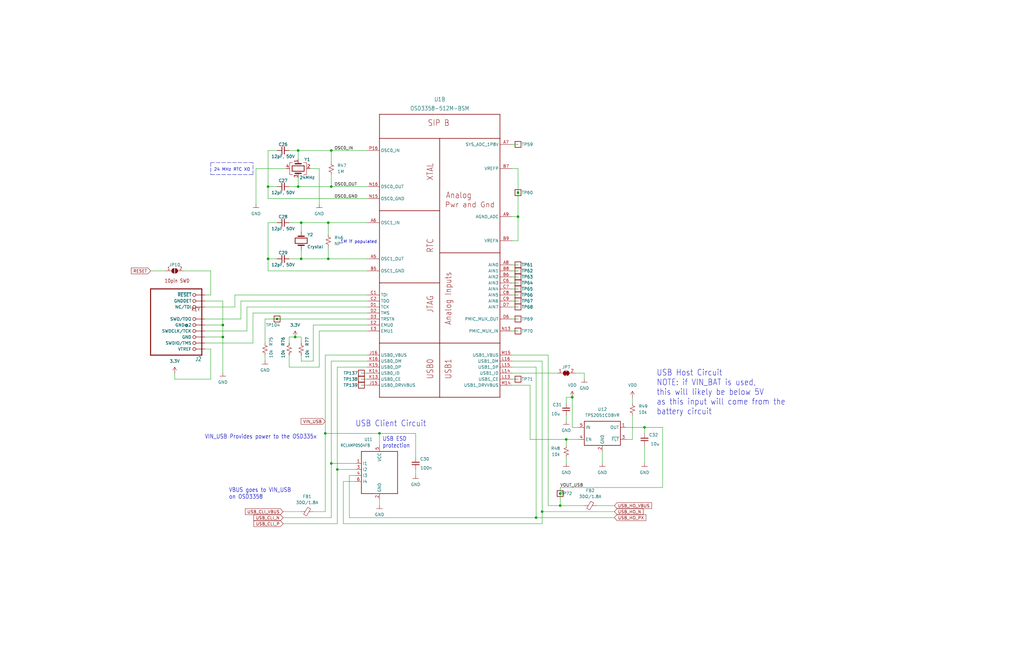
<source format=kicad_sch>
(kicad_sch (version 20211123) (generator eeschema)
  (paper "B")
  (junction (at 113.03 109.22))
  (junction (at 139.7 195.58))
  (junction (at 93.98 142.24))
  (junction (at 125.73 63.5))
  (junction (at 139.7 78.74))
  (junction (at 241.3 167.64))
  (junction (at 236.22 208.28))
  (junction (at 228.6 215.9))
  (junction (at 138.43 109.22))
  (junction (at 218.44 81.28))
  (junction (at 116.84 134.62))
  (junction (at 127 93.98))
  (junction (at 271.78 180.34))
  (junction (at 160.02 182.88))
  (junction (at 93.98 137.16))
  (junction (at 124.46 142.24))
  (junction (at 236.22 213.36))
  (junction (at 139.7 63.5))
  (junction (at 138.43 93.98))
  (junction (at 238.76 185.42))
  (junction (at 218.44 91.44))
  (junction (at 226.06 218.44))
  (junction (at 137.16 182.88))
  (junction (at 142.24 198.12))
  (junction (at 125.73 78.74))
  (junction (at 113.03 78.74))
  (junction (at 127 109.22))
  (wire (pts (xy 231.14 213.36) (xy 236.22 213.36)))
  (wire (pts (xy 132.08 152.4) (xy 127 152.4)))
  (wire (pts (xy 139.7 152.4) (xy 139.7 195.58)))
  (wire (pts (xy 215.9 101.6) (xy 218.44 101.6)))
  (wire (pts (xy 138.43 109.22) (xy 154.94 109.22)))
  (wire (pts (xy 137.16 182.88) (xy 160.02 182.88)))
  (wire (pts (xy 215.9 162.56) (xy 223.52 162.56)))
  (wire (pts (xy 93.98 137.16) (xy 86.36 137.16)))
  (wire (pts (xy 101.6 127) (xy 154.94 127)))
  (wire (pts (xy 119.38 215.9) (xy 127 215.9)))
  (wire (pts (xy 138.43 93.98) (xy 127 93.98)))
  (wire (pts (xy 116.84 134.62) (xy 111.76 134.62)))
  (wire (pts (xy 226.06 218.44) (xy 259.08 218.44)))
  (wire (pts (xy 223.52 162.56) (xy 223.52 185.42)))
  (wire (pts (xy 113.03 78.74) (xy 116.84 78.74)))
  (wire (pts (xy 215.9 129.54) (xy 218.44 129.54)))
  (wire (pts (xy 231.14 149.86) (xy 231.14 213.36)))
  (wire (pts (xy 127 144.78) (xy 127 142.24)))
  (wire (pts (xy 228.6 152.4) (xy 228.6 215.9)))
  (wire (pts (xy 238.76 185.42) (xy 243.84 185.42)))
  (wire (pts (xy 175.26 182.88) (xy 175.26 193.04)))
  (wire (pts (xy 243.84 180.34) (xy 241.3 180.34)))
  (wire (pts (xy 271.78 187.96) (xy 271.78 195.58)))
  (wire (pts (xy 147.32 200.66) (xy 149.86 200.66)))
  (wire (pts (xy 113.03 83.82) (xy 154.94 83.82)))
  (wire (pts (xy 137.16 149.86) (xy 137.16 182.88)))
  (wire (pts (xy 152.4 162.56) (xy 154.94 162.56)))
  (wire (pts (xy 251.46 213.36) (xy 259.08 213.36)))
  (wire (pts (xy 215.9 160.02) (xy 218.44 160.02)))
  (wire (pts (xy 228.6 215.9) (xy 228.6 220.98)))
  (wire (pts (xy 104.14 139.7) (xy 104.14 129.54)))
  (wire (pts (xy 236.22 205.74) (xy 236.22 208.28)))
  (wire (pts (xy 73.66 160.02) (xy 73.66 157.48)))
  (wire (pts (xy 218.44 71.12) (xy 218.44 81.28)))
  (wire (pts (xy 106.68 144.78) (xy 86.36 144.78)))
  (wire (pts (xy 238.76 175.26) (xy 238.76 177.8)))
  (wire (pts (xy 125.73 74.93) (xy 125.73 78.74)))
  (wire (pts (xy 215.9 116.84) (xy 218.44 116.84)))
  (wire (pts (xy 175.26 198.12) (xy 175.26 200.66)))
  (wire (pts (xy 113.03 114.3) (xy 113.03 109.22)))
  (wire (pts (xy 242.57 157.48) (xy 246.38 157.48)))
  (wire (pts (xy 279.4 205.74) (xy 236.22 205.74)))
  (wire (pts (xy 152.4 157.48) (xy 154.94 157.48)))
  (wire (pts (xy 99.06 124.46) (xy 154.94 124.46)))
  (wire (pts (xy 154.94 154.94) (xy 142.24 154.94)))
  (wire (pts (xy 120.65 71.12) (xy 107.95 71.12)))
  (wire (pts (xy 160.02 210.82) (xy 160.02 213.36)))
  (wire (pts (xy 121.92 154.94) (xy 121.92 149.86)))
  (wire (pts (xy 215.9 124.46) (xy 218.44 124.46)))
  (wire (pts (xy 121.92 144.78) (xy 121.92 142.24)))
  (wire (pts (xy 215.9 111.76) (xy 218.44 111.76)))
  (wire (pts (xy 218.44 91.44) (xy 218.44 81.28)))
  (wire (pts (xy 93.98 142.24) (xy 86.36 142.24)))
  (wire (pts (xy 99.06 129.54) (xy 99.06 124.46)))
  (wire (pts (xy 223.52 185.42) (xy 238.76 185.42)))
  (wire (pts (xy 264.16 180.34) (xy 271.78 180.34)))
  (wire (pts (xy 134.62 71.12) (xy 134.62 86.36)))
  (wire (pts (xy 86.36 134.62) (xy 101.6 134.62)))
  (wire (pts (xy 134.62 139.7) (xy 134.62 154.94)))
  (wire (pts (xy 215.9 154.94) (xy 226.06 154.94)))
  (wire (pts (xy 154.94 139.7) (xy 134.62 139.7)))
  (wire (pts (xy 134.62 154.94) (xy 121.92 154.94)))
  (wire (pts (xy 138.43 104.14) (xy 138.43 109.22)))
  (wire (pts (xy 127 109.22) (xy 121.92 109.22)))
  (wire (pts (xy 228.6 215.9) (xy 259.08 215.9)))
  (wire (pts (xy 160.02 182.88) (xy 175.26 182.88)))
  (wire (pts (xy 119.38 218.44) (xy 139.7 218.44)))
  (wire (pts (xy 154.94 152.4) (xy 139.7 152.4)))
  (wire (pts (xy 154.94 137.16) (xy 132.08 137.16)))
  (wire (pts (xy 116.84 134.62) (xy 154.94 134.62)))
  (wire (pts (xy 215.9 149.86) (xy 231.14 149.86)))
  (wire (pts (xy 154.94 149.86) (xy 137.16 149.86)))
  (wire (pts (xy 113.03 63.5) (xy 113.03 78.74)))
  (wire (pts (xy 88.9 124.46) (xy 88.9 114.3)))
  (wire (pts (xy 88.9 147.32) (xy 88.9 160.02)))
  (wire (pts (xy 88.9 160.02) (xy 73.66 160.02)))
  (wire (pts (xy 144.78 203.2) (xy 149.86 203.2)))
  (wire (pts (xy 138.43 99.06) (xy 138.43 93.98)))
  (wire (pts (xy 152.4 160.02) (xy 154.94 160.02)))
  (wire (pts (xy 132.08 137.16) (xy 132.08 152.4)))
  (wire (pts (xy 125.73 67.31) (xy 125.73 63.5)))
  (wire (pts (xy 111.76 134.62) (xy 111.76 144.78)))
  (wire (pts (xy 238.76 167.64) (xy 241.3 167.64)))
  (wire (pts (xy 137.16 215.9) (xy 132.08 215.9)))
  (polyline (pts (xy 88.9 73.66) (xy 106.68 73.66)))
  (wire (pts (xy 86.36 139.7) (xy 104.14 139.7)))
  (wire (pts (xy 154.94 132.08) (xy 106.68 132.08)))
  (wire (pts (xy 215.9 60.96) (xy 218.44 60.96)))
  (wire (pts (xy 215.9 114.3) (xy 218.44 114.3)))
  (wire (pts (xy 271.78 180.34) (xy 279.4 180.34)))
  (wire (pts (xy 238.76 170.18) (xy 238.76 167.64)))
  (wire (pts (xy 139.7 195.58) (xy 139.7 218.44)))
  (wire (pts (xy 138.43 109.22) (xy 127 109.22)))
  (wire (pts (xy 266.7 175.26) (xy 266.7 185.42)))
  (wire (pts (xy 246.38 157.48) (xy 246.38 160.02)))
  (wire (pts (xy 86.36 124.46) (xy 88.9 124.46)))
  (wire (pts (xy 86.36 129.54) (xy 99.06 129.54)))
  (wire (pts (xy 147.32 218.44) (xy 147.32 200.66)))
  (wire (pts (xy 113.03 78.74) (xy 113.03 83.82)))
  (polyline (pts (xy 106.68 73.66) (xy 106.68 68.58)))
  (wire (pts (xy 144.78 220.98) (xy 144.78 203.2)))
  (wire (pts (xy 266.7 185.42) (xy 264.16 185.42)))
  (wire (pts (xy 101.6 134.62) (xy 101.6 127)))
  (wire (pts (xy 139.7 63.5) (xy 139.7 68.58)))
  (wire (pts (xy 139.7 195.58) (xy 149.86 195.58)))
  (wire (pts (xy 254 190.5) (xy 254 195.58)))
  (wire (pts (xy 241.3 180.34) (xy 241.3 167.64)))
  (wire (pts (xy 215.9 157.48) (xy 234.95 157.48)))
  (wire (pts (xy 127 105.41) (xy 127 109.22)))
  (wire (pts (xy 226.06 154.94) (xy 226.06 218.44)))
  (wire (pts (xy 138.43 93.98) (xy 154.94 93.98)))
  (wire (pts (xy 116.84 109.22) (xy 113.03 109.22)))
  (wire (pts (xy 279.4 180.34) (xy 279.4 205.74)))
  (wire (pts (xy 77.47 114.3) (xy 88.9 114.3)))
  (wire (pts (xy 121.92 93.98) (xy 127 93.98)))
  (wire (pts (xy 137.16 182.88) (xy 137.16 215.9)))
  (wire (pts (xy 218.44 101.6) (xy 218.44 91.44)))
  (wire (pts (xy 116.84 63.5) (xy 113.03 63.5)))
  (wire (pts (xy 226.06 218.44) (xy 147.32 218.44)))
  (wire (pts (xy 93.98 157.48) (xy 93.98 142.24)))
  (wire (pts (xy 160.02 182.88) (xy 160.02 187.96)))
  (wire (pts (xy 113.03 109.22) (xy 113.03 93.98)))
  (wire (pts (xy 139.7 63.5) (xy 154.94 63.5)))
  (wire (pts (xy 113.03 93.98) (xy 116.84 93.98)))
  (wire (pts (xy 107.95 71.12) (xy 107.95 86.36)))
  (wire (pts (xy 121.92 142.24) (xy 124.46 142.24)))
  (wire (pts (xy 139.7 78.74) (xy 154.94 78.74)))
  (polyline (pts (xy 88.9 68.58) (xy 88.9 73.66)))
  (wire (pts (xy 63.5 114.3) (xy 69.85 114.3)))
  (wire (pts (xy 238.76 185.42) (xy 238.76 187.96)))
  (wire (pts (xy 142.24 198.12) (xy 149.86 198.12)))
  (wire (pts (xy 86.36 147.32) (xy 88.9 147.32)))
  (wire (pts (xy 215.9 139.7) (xy 218.44 139.7)))
  (wire (pts (xy 154.94 114.3) (xy 113.03 114.3)))
  (wire (pts (xy 215.9 91.44) (xy 218.44 91.44)))
  (wire (pts (xy 106.68 132.08) (xy 106.68 144.78)))
  (wire (pts (xy 121.92 78.74) (xy 125.73 78.74)))
  (wire (pts (xy 142.24 154.94) (xy 142.24 198.12)))
  (wire (pts (xy 127 142.24) (xy 124.46 142.24)))
  (wire (pts (xy 215.9 127) (xy 218.44 127)))
  (polyline (pts (xy 88.9 68.58) (xy 106.68 68.58)))
  (wire (pts (xy 228.6 220.98) (xy 144.78 220.98)))
  (wire (pts (xy 142.24 198.12) (xy 142.24 220.98)))
  (wire (pts (xy 127 93.98) (xy 127 97.79)))
  (wire (pts (xy 127 152.4) (xy 127 149.86)))
  (wire (pts (xy 125.73 78.74) (xy 139.7 78.74)))
  (wire (pts (xy 236.22 208.28) (xy 236.22 213.36)))
  (wire (pts (xy 236.22 213.36) (xy 246.38 213.36)))
  (wire (pts (xy 266.7 167.64) (xy 266.7 170.18)))
  (wire (pts (xy 215.9 121.92) (xy 218.44 121.92)))
  (wire (pts (xy 215.9 119.38) (xy 218.44 119.38)))
  (wire (pts (xy 93.98 142.24) (xy 93.98 137.16)))
  (wire (pts (xy 119.38 220.98) (xy 142.24 220.98)))
  (wire (pts (xy 111.76 149.86) (xy 111.76 152.4)))
  (wire (pts (xy 93.98 137.16) (xy 93.98 127)))
  (wire (pts (xy 93.98 127) (xy 86.36 127)))
  (wire (pts (xy 130.81 71.12) (xy 134.62 71.12)))
  (wire (pts (xy 215.9 152.4) (xy 228.6 152.4)))
  (wire (pts (xy 104.14 129.54) (xy 154.94 129.54)))
  (wire (pts (xy 139.7 73.66) (xy 139.7 78.74)))
  (wire (pts (xy 238.76 193.04) (xy 238.76 195.58)))
  (wire (pts (xy 215.9 71.12) (xy 218.44 71.12)))
  (wire (pts (xy 121.92 63.5) (xy 125.73 63.5)))
  (wire (pts (xy 125.73 63.5) (xy 139.7 63.5)))
  (wire (pts (xy 271.78 180.34) (xy 271.78 182.88)))
  (wire (pts (xy 215.9 134.62) (xy 218.44 134.62)))
  (text "USB Host Circuit\nNOTE: if VIN_BAT is used,\nthis will likely be below 5V\nas this input will come from the\nbattery circuit" (at 276.86 175.26 0) (effects (font (size 2.54 2.159)) (justify left bottom)))
  (text "24 MHz RTC XO" (at 90.17 72.39 0) (effects (font (size 1.27 1.27)) (justify left bottom)))
  (text "1M if populated" (at 143.51 102.87 0) (effects (font (size 1.27 1.27)) (justify left bottom)))
  (text "VBUS goes to VIN_USB\non OSD3358" (at 96.52 210.82 180) (effects (font (size 1.778 1.5113)) (justify left bottom)))
  (text "VIN_USB Provides power to the OSD335x" (at 86.36 185.42 180) (effects (font (size 1.778 1.5113)) (justify left bottom)))
  (text "USB Client Circuit" (at 149.86 180.34 180) (effects (font (size 2.54 2.159)) (justify left bottom)))
  (text "USB ESD\nprotection" (at 161.29 189.23 180) (effects (font (size 1.778 1.5113)) (justify left bottom)))
  (label "OSC0_GND" (at 140.97 83.82 0) (effects (font (size 1.2446 1.2446))))
  (label "VOUT_USB" (at 236.22 205.74 0))
  (label "OSC0_OUT" (at 140.97 78.74 0) (effects (font (size 1.2446 1.2446))))
  (label "OSC0_IN" (at 140.97 63.5 0) (effects (font (size 1.2446 1.2446))))
  (global_label "RESET" (shape input) (at 63.5 114.3 180) (property "Intersheet References" "${INTERSHEET_REFS}" (effects hide)))
  (global_label "USB_CLI_P" (shape input) (at 119.38 220.98 180) (property "Intersheet References" "${INTERSHEET_REFS}" (effects hide)))
  (global_label "USB_HO_N" (shape input) (at 259.08 215.9 0) (property "Intersheet References" "${INTERSHEET_REFS}" (effects hide)))
  (global_label "USB_CLI_N" (shape input) (at 119.38 218.44 180) (property "Intersheet References" "${INTERSHEET_REFS}" (effects hide)))
  (global_label "USB_HO_VBUS" (shape input) (at 259.08 213.36 0) (property "Intersheet References" "${INTERSHEET_REFS}" (effects hide)))
  (global_label "USB_HO_PX" (shape input) (at 259.08 218.44 0) (property "Intersheet References" "${INTERSHEET_REFS}" (effects hide)))
  (global_label "USB_CLI_VBUS" (shape input) (at 119.38 215.9 180) (property "Intersheet References" "${INTERSHEET_REFS}" (effects hide)))
  (global_label "VIN_USB" (shape input) (at 137.16 177.8 180) (property "Intersheet References" "${INTERSHEET_REFS}" (effects hide)))
  (symbol (lib_id "OreSat-TestPoint:Test-Point") (at 218.44 121.92 180) (unit 1)
    (property "Reference" "TP65" (at 224.79 121.92 0) (effects (justify left)))
    (property "Value" "Test-Point" (effects hide))
    (property "Footprint" "OreSat-TestPoint:PAD.03X.04" (effects hide))
  )
  (symbol (lib_id "Device:C_Small") (at 271.78 185.42 180) (unit 1)
    (property "Reference" "C32" (at 275.59 183.515 0))
    (property "Value" "10u" (at 276.225 187.325 0))
    (property "Footprint" "Capacitor_SMD:C_0805_2012Metric" (effects hide))
  )
  (symbol (lib_id "Device:Crystal_GND24") (at 125.73 71.12 270) (unit 1)
    (property "Reference" "Y1" (at 129.54 67.31 90))
    (property "Value" "24MHz" (at 129.54 74.93 90))
    (property "Footprint" "oresat-footprints:CRYSTAL-5X3.2-4SMD" (effects hide))
  )
  (symbol (lib_id "OreSat-TestPoint:Test-Point") (at 218.44 139.7 180) (unit 1)
    (property "Reference" "TP70" (at 224.79 139.7 0) (effects (justify left)))
    (property "Value" "Test-Point" (effects hide))
    (property "Footprint" "OreSat-TestPoint:PAD.03X.04" (effects hide))
  )
  (symbol (lib_name "VDD_1") (lib_id "OreSat-Power:VDD") (at 266.7 167.64 0) (unit 1)
    (property "Reference" "#VDD0101" (effects hide))
    (property "Value" "VDD" (at 266.7 162.56 0))
  )
  (symbol (lib_id "Device:Crystal") (at 127 101.6 90) (unit 1)
    (property "Reference" "Y2" (at 129.54 99.06 90) (effects (justify right)))
    (property "Value" "Crystal" (at 129.54 104.14 90) (effects (justify right)))
    (property "Footprint" "oresat-footprints:CRYSTAL_3.2X1.5" (effects hide))
  )
  (symbol (lib_id "Device:FerriteBead_Small") (at 248.92 213.36 90) (unit 1)
    (property "Reference" "FB2" (at 248.8819 207.01 90))
    (property "Value" "30Ω/1.8A" (at 248.8819 209.55 90))
    (property "Footprint" "Inductor_SMD:L_0603_1608Metric" (effects hide))
  )
  (symbol (lib_id "OreSat-TestPoint:Test-Point") (at 218.44 81.28 180) (unit 1)
    (property "Reference" "TP60" (at 224.79 81.28 0) (effects (justify left)))
    (property "Value" "Test-Point" (effects hide))
    (property "Footprint" "OreSat-TestPoint:PAD.03X.04" (effects hide))
  )
  (symbol (lib_id "J-Samtec-FTSH-105-XX-X-DV-K-jtag-connector:FTSH-105-XX-X-DV-K") (at 78.74 132.08 180) (unit 1)
    (property "Reference" "J2" (at 85.09 150.495 0) (effects (font (size 1.778 1.5113)) (justify left bottom)))
    (property "Value" "FTSH-105-XX-X-DV-K" (effects hide))
    (property "Footprint" "oresat-footprints:J-Samtec-CON10_2X5_DUK_FTSH" (effects hide))
    (property "Datasheet" "https://suddendocs.samtec.com/catalog_english/ftsh_smt.pdf" (effects hide))
  )
  (symbol (lib_id "Device:C_Small") (at 119.38 78.74 90) (unit 1)
    (property "Reference" "C27" (at 119.38 76.2 90))
    (property "Value" "12pF, 50V" (at 119.38 81.28 90))
    (property "Footprint" "Capacitor_SMD:C_0603_1608Metric" (effects hide))
  )
  (symbol (lib_id "Device:R_Small_US") (at 121.92 147.32 0) (mirror y) (unit 1)
    (property "Reference" "R76" (at 119.38 146.05 90) (effects (justify left)))
    (property "Value" "10k" (at 119.38 151.13 90) (effects (justify left)))
    (property "Footprint" "Resistor_SMD:R_0603_1608Metric" (effects hide))
  )
  (symbol (lib_id "Device:R_Small_US") (at 138.43 101.6 0) (unit 1)
    (property "Reference" "R46" (at 140.97 100.3299 0) (effects (justify left)))
    (property "Value" "NP" (at 140.97 102.8699 0) (effects (justify left)))
    (property "Footprint" "Resistor_SMD:R_0603_1608Metric" (effects hide))
  )
  (symbol (lib_id "OreSat-TestPoint:Test-Point") (at 116.84 134.62 180) (unit 1)
    (property "Reference" "TP104" (at 118.11 137.16 0) (effects (justify left)))
    (property "Value" "Test-Point" (effects hide))
    (property "Footprint" "OreSat-TestPoint:PAD.03X.04" (effects hide))
  )
  (symbol (lib_id "OreSat-TestPoint:Test-Point") (at 218.44 124.46 180) (unit 1)
    (property "Reference" "TP66" (at 224.79 124.46 0) (effects (justify left)))
    (property "Value" "Test-Point" (effects hide))
    (property "Footprint" "OreSat-TestPoint:PAD.03X.04" (effects hide))
  )
  (symbol (lib_id "OreSat-Power:GND") (at 238.76 195.58 0) (unit 1)
    (property "Reference" "#GND0155" (effects hide))
    (property "Value" "GND" (at 238.76 199.39 0))
  )
  (symbol (lib_id "OreSat-Power:GND") (at 93.98 157.48 0) (unit 1)
    (property "Reference" "#GND01" (effects hide))
    (property "Value" "GND" (at 93.98 161.29 0))
  )
  (symbol (lib_id "Jumper:SolderJumper_2_Bridged") (at 238.76 157.48 0) (unit 1)
    (property "Reference" "JP7" (at 238.76 154.94 0))
    (property "Value" "SolderJumper_2_Bridged" (effects hide))
    (property "Footprint" "oresat-footprints:SMT-JUMPER_2_NC_TRACE_SILK" (effects hide))
  )
  (symbol (lib_id "Jumper:SolderJumper_2_Open") (at 73.66 114.3 0) (unit 1)
    (property "Reference" "JP10" (at 73.66 111.76 0))
    (property "Value" "SolderJumper_2_Open" (effects hide))
    (property "Footprint" "oresat-footprints:SMT-JUMPER_2_NO_SILK" (effects hide))
  )
  (symbol (lib_id "U-Semtech-RCLAMP0504FB-tvs-diodes:RCLAMP0504FB") (at 160.02 198.12 0) (unit 1)
    (property "Reference" "U11" (at 153.67 185.42 0) (effects (font (size 1.27 1.0795)) (justify left)))
    (property "Value" "RCLAMP0504FB" (at 143.51 187.96 0) (effects (font (size 1.27 1.0795)) (justify left)))
    (property "Footprint" "Package_TO_SOT_SMD:SOT-363_SC-70-6" (effects hide))
    (property "Datasheet" "https://semtech.my.salesforce.com/sfc/p/#E0000000JelG/a/440000001NC4/stkwt9TLwnuFEcETp_EuKKu8Zq_5VZ02wBJYU8lO8Hs" (effects hide))
  )
  (symbol (lib_id "OreSat-Power:GND") (at 160.02 213.36 0) (unit 1)
    (property "Reference" "#GND0152" (effects hide))
    (property "Value" "GND" (at 160.02 217.17 0))
  )
  (symbol (lib_id "OreSat-TestPoint:Test-Point") (at 152.4 157.48 0) (mirror x) (unit 1)
    (property "Reference" "TP137" (at 144.78 157.48 0) (effects (justify left)))
    (property "Value" "Test-Point" (effects hide))
    (property "Footprint" "OreSat-TestPoint:PAD.03X.04" (effects hide))
  )
  (symbol (lib_id "OreSat-Power:GND") (at 246.38 160.02 0) (unit 1)
    (property "Reference" "#GND0157" (effects hide))
    (property "Value" "GND" (at 246.38 163.83 0))
  )
  (symbol (lib_id "OreSat-TestPoint:Test-Point") (at 218.44 111.76 180) (unit 1)
    (property "Reference" "TP61" (at 224.79 111.76 0) (effects (justify left)))
    (property "Value" "Test-Point" (effects hide))
    (property "Footprint" "OreSat-TestPoint:PAD.03X.04" (effects hide))
  )
  (symbol (lib_id "OreSat-TestPoint:Test-Point") (at 218.44 134.62 180) (unit 1)
    (property "Reference" "TP69" (at 224.79 134.62 0) (effects (justify left)))
    (property "Value" "Test-Point" (effects hide))
    (property "Footprint" "OreSat-TestPoint:PAD.03X.04" (effects hide))
  )
  (symbol (lib_id "Device:C_Small") (at 175.26 195.58 180) (unit 1)
    (property "Reference" "C30" (at 179.07 193.675 0))
    (property "Value" "100n" (at 179.705 197.485 0))
    (property "Footprint" "Capacitor_SMD:C_0603_1608Metric" (effects hide))
  )
  (symbol (lib_id "OreSat-TestPoint:Test-Point") (at 152.4 160.02 0) (mirror x) (unit 1)
    (property "Reference" "TP138" (at 144.78 160.02 0) (effects (justify left)))
    (property "Value" "Test-Point" (effects hide))
    (property "Footprint" "OreSat-TestPoint:PAD.03X.04" (effects hide))
  )
  (symbol (lib_id "Device:C_Small") (at 238.76 172.72 0) (mirror x) (unit 1)
    (property "Reference" "C31" (at 234.95 170.815 0))
    (property "Value" "10u" (at 234.315 174.625 0))
    (property "Footprint" "Capacitor_SMD:C_0805_2012Metric" (effects hide))
  )
  (symbol (lib_id "Device:C_Small") (at 119.38 109.22 90) (unit 1)
    (property "Reference" "C29" (at 119.38 106.68 90))
    (property "Value" "12pF, 50V" (at 119.38 111.76 90))
    (property "Footprint" "Capacitor_SMD:C_0603_1608Metric" (effects hide))
  )
  (symbol (lib_id "Device:R_Small_US") (at 266.7 172.72 0) (unit 1)
    (property "Reference" "R49" (at 269.24 171.4499 0) (effects (justify left)))
    (property "Value" "10k" (at 269.24 173.9899 0) (effects (justify left)))
    (property "Footprint" "Resistor_SMD:R_0603_1608Metric" (effects hide))
  )
  (symbol (lib_id "OreSat-Power:VDD") (at 241.3 167.64 0) (unit 1)
    (property "Reference" "#VDD0102" (effects hide))
    (property "Value" "VDD" (at 241.3 162.56 0))
  )
  (symbol (lib_id "Device:FerriteBead_Small") (at 129.54 215.9 90) (unit 1)
    (property "Reference" "FB1" (at 129.5019 209.55 90))
    (property "Value" "30Ω/1.8A" (at 129.5019 212.09 90))
    (property "Footprint" "Inductor_SMD:L_0603_1608Metric" (effects hide))
  )
  (symbol (lib_id "OreSat-TestPoint:Test-Point") (at 218.44 116.84 180) (unit 1)
    (property "Reference" "TP63" (at 224.79 116.84 0) (effects (justify left)))
    (property "Value" "Test-Point" (effects hide))
    (property "Footprint" "OreSat-TestPoint:PAD.03X.04" (effects hide))
  )
  (symbol (lib_id "U-TI-TPS2051CDBVR-usb-power-switch:TPS2051CDBVR") (at 254 182.88 0) (unit 1)
    (property "Reference" "U12" (at 254 172.72 0))
    (property "Value" "TPS2051CDBVR" (at 254 175.26 0))
    (property "Footprint" "Package_TO_SOT_SMD:SOT-23-5" (effects hide))
    (property "Datasheet" "https://www.ti.com/lit/ds/symlink/tps2051c.pdf" (effects hide))
  )
  (symbol (lib_id "U-OSD3358-512M-BSM:OSD3358-512M-BSM") (at 185.42 106.68 0) (unit 2)
    (property "Reference" "U1" (at 185.42 41.91 0) (effects (font (size 1.778 1.5113))))
    (property "Value" "OSD3358-512M-BSM" (at 185.42 45.72 0) (effects (font (size 1.778 1.5113))))
    (property "Footprint" "oresat-footprints:U-Octavo-OSD335X-BGA-256" (effects hide))
    (property "Description" "OSD335x Embedded Module 1GHz 512MB" (effects hide))
    (property "Distributor" "DigiKey" (effects hide))
    (property "MPN" "OSD3358-512M-BSM" (effects hide))
  )
  (symbol (lib_id "OreSat-Power:3.3V") (at 73.66 157.48 0) (unit 1)
    (property "Reference" "#3V01" (effects hide))
    (property "Value" "3.3V" (at 73.66 152.4 0))
  )
  (symbol (lib_id "OreSat-Power:GND") (at 111.76 152.4 0) (unit 1)
    (property "Reference" "#GND02" (effects hide))
    (property "Value" "GND" (at 111.76 156.21 0))
  )
  (symbol (lib_id "Device:C_Small") (at 119.38 93.98 90) (unit 1)
    (property "Reference" "C28" (at 119.38 91.44 90))
    (property "Value" "12pF, 50V" (at 119.38 96.52 90))
    (property "Footprint" "Capacitor_SMD:C_0603_1608Metric" (effects hide))
  )
  (symbol (lib_id "OreSat-TestPoint:Test-Point") (at 218.44 114.3 180) (unit 1)
    (property "Reference" "TP62" (at 224.79 114.3 0) (effects (justify left)))
    (property "Value" "Test-Point" (effects hide))
    (property "Footprint" "OreSat-TestPoint:PAD.03X.04" (effects hide))
  )
  (symbol (lib_id "OreSat-Power:GND") (at 175.26 200.66 0) (unit 1)
    (property "Reference" "#GND0151" (effects hide))
    (property "Value" "GND" (at 175.26 204.47 0))
  )
  (symbol (lib_id "OreSat-Power:GND") (at 107.95 86.36 0) (unit 1)
    (property "Reference" "#GND0150" (effects hide))
    (property "Value" "GND" (at 107.95 90.17 0))
  )
  (symbol (lib_id "OreSat-TestPoint:Test-Point") (at 236.22 208.28 180) (unit 1)
    (property "Reference" "TP72" (at 241.3 208.28 0) (effects (justify left)))
    (property "Value" "Test-Point" (effects hide))
    (property "Footprint" "OreSat-TestPoint:PAD.03X.04" (effects hide))
  )
  (symbol (lib_id "OreSat-Power:GND") (at 254 195.58 0) (unit 1)
    (property "Reference" "#GND0156" (effects hide))
    (property "Value" "GND" (at 254 199.39 0))
  )
  (symbol (lib_id "Device:R_Small_US") (at 127 147.32 0) (unit 1)
    (property "Reference" "R77" (at 129.54 146.05 90) (effects (justify left)))
    (property "Value" "10k" (at 129.54 151.13 90) (effects (justify left)))
    (property "Footprint" "Resistor_SMD:R_0603_1608Metric" (effects hide))
  )
  (symbol (lib_id "Device:R_Small_US") (at 238.76 190.5 0) (mirror y) (unit 1)
    (property "Reference" "R48" (at 236.22 189.2299 0) (effects (justify left)))
    (property "Value" "10k" (at 236.22 191.7699 0) (effects (justify left)))
    (property "Footprint" "Resistor_SMD:R_0603_1608Metric" (effects hide))
  )
  (symbol (lib_id "Device:C_Small") (at 119.38 63.5 90) (unit 1)
    (property "Reference" "C26" (at 119.38 60.96 90))
    (property "Value" "12pF, 50V" (at 119.38 66.04 90))
    (property "Footprint" "Capacitor_SMD:C_0603_1608Metric" (effects hide))
  )
  (symbol (lib_id "Device:R_Small_US") (at 139.7 71.12 0) (unit 1)
    (property "Reference" "R47" (at 142.24 69.8499 0) (effects (justify left)))
    (property "Value" "1M" (at 142.24 72.3899 0) (effects (justify left)))
    (property "Footprint" "Resistor_SMD:R_0603_1608Metric" (effects hide))
  )
  (symbol (lib_id "OreSat-TestPoint:Test-Point") (at 218.44 119.38 180) (unit 1)
    (property "Reference" "TP64" (at 224.79 119.38 0) (effects (justify left)))
    (property "Value" "Test-Point" (effects hide))
    (property "Footprint" "OreSat-TestPoint:PAD.03X.04" (effects hide))
  )
  (symbol (lib_id "OreSat-TestPoint:Test-Point") (at 218.44 60.96 180) (unit 1)
    (property "Reference" "TP59" (at 224.79 60.96 0) (effects (justify left)))
    (property "Value" "Test-Point" (effects hide))
    (property "Footprint" "OreSat-TestPoint:PAD.03X.04" (effects hide))
  )
  (symbol (lib_id "OreSat-Power:3.3V") (at 124.46 142.24 0) (unit 1)
    (property "Reference" "#3V02" (effects hide))
    (property "Value" "3.3V" (at 124.46 137.16 0))
  )
  (symbol (lib_id "OreSat-TestPoint:Test-Point") (at 218.44 129.54 180) (unit 1)
    (property "Reference" "TP68" (at 224.79 129.54 0) (effects (justify left)))
    (property "Value" "Test-Point" (effects hide))
    (property "Footprint" "OreSat-TestPoint:PAD.03X.04" (effects hide))
  )
  (symbol (lib_id "OreSat-Power:GND") (at 238.76 177.8 0) (unit 1)
    (property "Reference" "#GND0153" (effects hide))
    (property "Value" "GND" (at 238.76 181.61 0))
  )
  (symbol (lib_id "OreSat-TestPoint:Test-Point") (at 218.44 160.02 180) (unit 1)
    (property "Reference" "TP71" (at 224.79 160.02 0) (effects (justify left)))
    (property "Value" "Test-Point" (effects hide))
    (property "Footprint" "OreSat-TestPoint:PAD.03X.04" (effects hide))
  )
  (symbol (lib_id "Device:R_Small_US") (at 111.76 147.32 0) (unit 1)
    (property "Reference" "R75" (at 114.3 146.05 90) (effects (justify left)))
    (property "Value" "10k" (at 114.3 151.13 90) (effects (justify left)))
    (property "Footprint" "Resistor_SMD:R_0603_1608Metric" (effects hide))
  )
  (symbol (lib_id "OreSat-Power:GND") (at 134.62 86.36 0) (unit 1)
    (property "Reference" "#GND0149" (effects hide))
    (property "Value" "GND" (at 134.62 90.17 0))
  )
  (symbol (lib_id "OreSat-TestPoint:Test-Point") (at 218.44 127 180) (unit 1)
    (property "Reference" "TP67" (at 224.79 127 0) (effects (justify left)))
    (property "Value" "Test-Point" (effects hide))
    (property "Footprint" "OreSat-TestPoint:PAD.03X.04" (effects hide))
  )
  (symbol (lib_id "OreSat-TestPoint:Test-Point") (at 152.4 162.56 0) (mirror x) (unit 1)
    (property "Reference" "TP139" (at 144.78 162.56 0) (effects (justify left)))
    (property "Value" "Test-Point" (effects hide))
    (property "Footprint" "OreSat-TestPoint:PAD.03X.04" (effects hide))
  )
  (symbol (lib_id "OreSat-Power:GND") (at 271.78 195.58 0) (unit 1)
    (property "Reference" "#GND0154" (effects hide))
    (property "Value" "GND" (at 271.78 199.39 0))
  )
)
</source>
